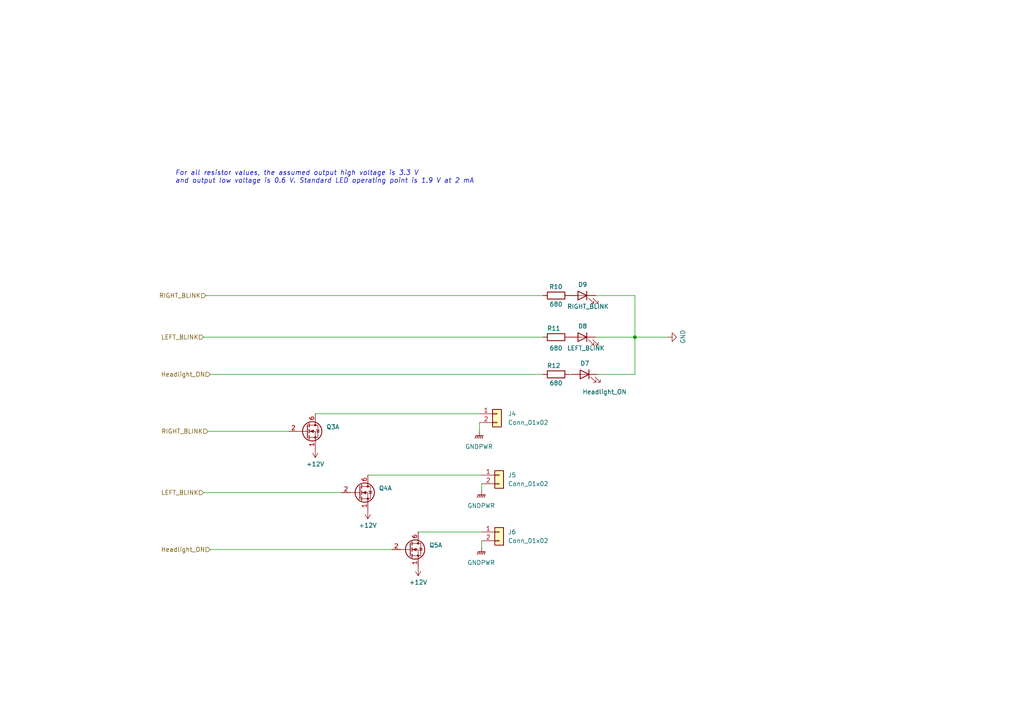
<source format=kicad_sch>
(kicad_sch (version 20211123) (generator eeschema)

  (uuid 539111b2-abb2-40fe-a38c-a22cf5340574)

  (paper "A4")

  (lib_symbols
    (symbol "Connector_Generic:Conn_01x02" (pin_names (offset 1.016) hide) (in_bom yes) (on_board yes)
      (property "Reference" "J" (id 0) (at 0 2.54 0)
        (effects (font (size 1.27 1.27)))
      )
      (property "Value" "Conn_01x02" (id 1) (at 0 -5.08 0)
        (effects (font (size 1.27 1.27)))
      )
      (property "Footprint" "" (id 2) (at 0 0 0)
        (effects (font (size 1.27 1.27)) hide)
      )
      (property "Datasheet" "~" (id 3) (at 0 0 0)
        (effects (font (size 1.27 1.27)) hide)
      )
      (property "ki_keywords" "connector" (id 4) (at 0 0 0)
        (effects (font (size 1.27 1.27)) hide)
      )
      (property "ki_description" "Generic connector, single row, 01x02, script generated (kicad-library-utils/schlib/autogen/connector/)" (id 5) (at 0 0 0)
        (effects (font (size 1.27 1.27)) hide)
      )
      (property "ki_fp_filters" "Connector*:*_1x??_*" (id 6) (at 0 0 0)
        (effects (font (size 1.27 1.27)) hide)
      )
      (symbol "Conn_01x02_1_1"
        (rectangle (start -1.27 -2.413) (end 0 -2.667)
          (stroke (width 0.1524) (type default) (color 0 0 0 0))
          (fill (type none))
        )
        (rectangle (start -1.27 0.127) (end 0 -0.127)
          (stroke (width 0.1524) (type default) (color 0 0 0 0))
          (fill (type none))
        )
        (rectangle (start -1.27 1.27) (end 1.27 -3.81)
          (stroke (width 0.254) (type default) (color 0 0 0 0))
          (fill (type background))
        )
        (pin passive line (at -5.08 0 0) (length 3.81)
          (name "Pin_1" (effects (font (size 1.27 1.27))))
          (number "1" (effects (font (size 1.27 1.27))))
        )
        (pin passive line (at -5.08 -2.54 0) (length 3.81)
          (name "Pin_2" (effects (font (size 1.27 1.27))))
          (number "2" (effects (font (size 1.27 1.27))))
        )
      )
    )
    (symbol "Device:LED" (pin_numbers hide) (pin_names (offset 1.016) hide) (in_bom yes) (on_board yes)
      (property "Reference" "D" (id 0) (at 0 2.54 0)
        (effects (font (size 1.27 1.27)))
      )
      (property "Value" "LED" (id 1) (at 0 -2.54 0)
        (effects (font (size 1.27 1.27)))
      )
      (property "Footprint" "" (id 2) (at 0 0 0)
        (effects (font (size 1.27 1.27)) hide)
      )
      (property "Datasheet" "~" (id 3) (at 0 0 0)
        (effects (font (size 1.27 1.27)) hide)
      )
      (property "ki_keywords" "LED diode" (id 4) (at 0 0 0)
        (effects (font (size 1.27 1.27)) hide)
      )
      (property "ki_description" "Light emitting diode" (id 5) (at 0 0 0)
        (effects (font (size 1.27 1.27)) hide)
      )
      (property "ki_fp_filters" "LED* LED_SMD:* LED_THT:*" (id 6) (at 0 0 0)
        (effects (font (size 1.27 1.27)) hide)
      )
      (symbol "LED_0_1"
        (polyline
          (pts
            (xy -1.27 -1.27)
            (xy -1.27 1.27)
          )
          (stroke (width 0.254) (type default) (color 0 0 0 0))
          (fill (type none))
        )
        (polyline
          (pts
            (xy -1.27 0)
            (xy 1.27 0)
          )
          (stroke (width 0) (type default) (color 0 0 0 0))
          (fill (type none))
        )
        (polyline
          (pts
            (xy 1.27 -1.27)
            (xy 1.27 1.27)
            (xy -1.27 0)
            (xy 1.27 -1.27)
          )
          (stroke (width 0.254) (type default) (color 0 0 0 0))
          (fill (type none))
        )
        (polyline
          (pts
            (xy -3.048 -0.762)
            (xy -4.572 -2.286)
            (xy -3.81 -2.286)
            (xy -4.572 -2.286)
            (xy -4.572 -1.524)
          )
          (stroke (width 0) (type default) (color 0 0 0 0))
          (fill (type none))
        )
        (polyline
          (pts
            (xy -1.778 -0.762)
            (xy -3.302 -2.286)
            (xy -2.54 -2.286)
            (xy -3.302 -2.286)
            (xy -3.302 -1.524)
          )
          (stroke (width 0) (type default) (color 0 0 0 0))
          (fill (type none))
        )
      )
      (symbol "LED_1_1"
        (pin passive line (at -3.81 0 0) (length 2.54)
          (name "K" (effects (font (size 1.27 1.27))))
          (number "1" (effects (font (size 1.27 1.27))))
        )
        (pin passive line (at 3.81 0 180) (length 2.54)
          (name "A" (effects (font (size 1.27 1.27))))
          (number "2" (effects (font (size 1.27 1.27))))
        )
      )
    )
    (symbol "Device:R" (pin_numbers hide) (pin_names (offset 0)) (in_bom yes) (on_board yes)
      (property "Reference" "R" (id 0) (at 2.032 0 90)
        (effects (font (size 1.27 1.27)))
      )
      (property "Value" "R" (id 1) (at 0 0 90)
        (effects (font (size 1.27 1.27)))
      )
      (property "Footprint" "" (id 2) (at -1.778 0 90)
        (effects (font (size 1.27 1.27)) hide)
      )
      (property "Datasheet" "~" (id 3) (at 0 0 0)
        (effects (font (size 1.27 1.27)) hide)
      )
      (property "ki_keywords" "R res resistor" (id 4) (at 0 0 0)
        (effects (font (size 1.27 1.27)) hide)
      )
      (property "ki_description" "Resistor" (id 5) (at 0 0 0)
        (effects (font (size 1.27 1.27)) hide)
      )
      (property "ki_fp_filters" "R_*" (id 6) (at 0 0 0)
        (effects (font (size 1.27 1.27)) hide)
      )
      (symbol "R_0_1"
        (rectangle (start -1.016 -2.54) (end 1.016 2.54)
          (stroke (width 0.254) (type default) (color 0 0 0 0))
          (fill (type none))
        )
      )
      (symbol "R_1_1"
        (pin passive line (at 0 3.81 270) (length 1.27)
          (name "~" (effects (font (size 1.27 1.27))))
          (number "1" (effects (font (size 1.27 1.27))))
        )
        (pin passive line (at 0 -3.81 90) (length 1.27)
          (name "~" (effects (font (size 1.27 1.27))))
          (number "2" (effects (font (size 1.27 1.27))))
        )
      )
    )
    (symbol "Transistor_FET:BSD235C" (pin_names hide) (in_bom yes) (on_board yes)
      (property "Reference" "Q" (id 0) (at 5.08 2.54 0)
        (effects (font (size 1.27 1.27)) (justify left))
      )
      (property "Value" "BSD235C" (id 1) (at 5.08 0 0)
        (effects (font (size 1.27 1.27)) (justify left))
      )
      (property "Footprint" "Package_TO_SOT_SMD:SOT-363_SC-70-6" (id 2) (at 2.54 0 0)
        (effects (font (size 1.27 1.27) italic) hide)
      )
      (property "Datasheet" "https://www.infineon.com/dgdl/Infineon-BSD235C-DS-v02_04-EN.pdf?fileId=db3a30433580b371013585a2d0d53326" (id 3) (at 5.08 2.54 0)
        (effects (font (size 1.27 1.27)) hide)
      )
      (property "ki_keywords" "OptiMOS MOSFET complementary nmos pmos enchanced avalanche AEC Q101 super logic infineon" (id 4) (at 0 0 0)
        (effects (font (size 1.27 1.27)) hide)
      )
      (property "ki_description" "-0.53/+0.95A Id, -20/+20V Vds, P/N-Channel MOSFET, SOT-363, Infineon" (id 5) (at 0 0 0)
        (effects (font (size 1.27 1.27)) hide)
      )
      (property "ki_fp_filters" "SOT?363*" (id 6) (at 0 0 0)
        (effects (font (size 1.27 1.27)) hide)
      )
      (symbol "BSD235C_1_1"
        (polyline
          (pts
            (xy 0.254 -1.905)
            (xy 0.254 1.905)
          )
          (stroke (width 0.254) (type default) (color 0 0 0 0))
          (fill (type none))
        )
        (polyline
          (pts
            (xy 0.254 0)
            (xy -2.54 0)
          )
          (stroke (width 0) (type default) (color 0 0 0 0))
          (fill (type none))
        )
        (polyline
          (pts
            (xy 0.762 -2.286)
            (xy 0.762 -1.27)
          )
          (stroke (width 0.254) (type default) (color 0 0 0 0))
          (fill (type none))
        )
        (polyline
          (pts
            (xy 0.762 -0.508)
            (xy 0.762 0.508)
          )
          (stroke (width 0.254) (type default) (color 0 0 0 0))
          (fill (type none))
        )
        (polyline
          (pts
            (xy 0.762 1.27)
            (xy 0.762 2.286)
          )
          (stroke (width 0.254) (type default) (color 0 0 0 0))
          (fill (type none))
        )
        (polyline
          (pts
            (xy 2.54 1.905)
            (xy 2.54 2.54)
          )
          (stroke (width 0) (type default) (color 0 0 0 0))
          (fill (type none))
        )
        (polyline
          (pts
            (xy 2.54 -2.54)
            (xy 2.54 0)
            (xy 0.762 0)
          )
          (stroke (width 0) (type default) (color 0 0 0 0))
          (fill (type none))
        )
        (polyline
          (pts
            (xy 0.762 1.778)
            (xy 3.302 1.778)
            (xy 3.302 -1.778)
            (xy 0.762 -1.778)
          )
          (stroke (width 0) (type default) (color 0 0 0 0))
          (fill (type none))
        )
        (polyline
          (pts
            (xy 1.016 0)
            (xy 2.032 -0.381)
            (xy 2.032 0.381)
            (xy 1.016 0)
          )
          (stroke (width 0) (type default) (color 0 0 0 0))
          (fill (type outline))
        )
        (polyline
          (pts
            (xy 2.794 0.508)
            (xy 2.921 0.381)
            (xy 3.683 0.381)
            (xy 3.81 0.254)
          )
          (stroke (width 0) (type default) (color 0 0 0 0))
          (fill (type none))
        )
        (polyline
          (pts
            (xy 3.302 0.381)
            (xy 2.921 -0.254)
            (xy 3.683 -0.254)
            (xy 3.302 0.381)
          )
          (stroke (width 0) (type default) (color 0 0 0 0))
          (fill (type none))
        )
        (circle (center 1.651 0) (radius 2.794)
          (stroke (width 0.254) (type default) (color 0 0 0 0))
          (fill (type none))
        )
        (circle (center 2.54 -1.778) (radius 0.254)
          (stroke (width 0) (type default) (color 0 0 0 0))
          (fill (type outline))
        )
        (circle (center 2.54 1.778) (radius 0.254)
          (stroke (width 0) (type default) (color 0 0 0 0))
          (fill (type outline))
        )
        (pin passive line (at 2.54 -5.08 90) (length 2.54)
          (name "SN" (effects (font (size 1.27 1.27))))
          (number "1" (effects (font (size 1.27 1.27))))
        )
        (pin input line (at -5.08 0 0) (length 2.54)
          (name "GN" (effects (font (size 1.27 1.27))))
          (number "2" (effects (font (size 1.27 1.27))))
        )
        (pin passive line (at 2.54 5.08 270) (length 2.54)
          (name "DN" (effects (font (size 1.27 1.27))))
          (number "6" (effects (font (size 1.27 1.27))))
        )
      )
      (symbol "BSD235C_2_1"
        (polyline
          (pts
            (xy 0.254 0)
            (xy -2.54 0)
          )
          (stroke (width 0) (type default) (color 0 0 0 0))
          (fill (type none))
        )
        (polyline
          (pts
            (xy 0.254 1.905)
            (xy 0.254 -1.905)
          )
          (stroke (width 0.254) (type default) (color 0 0 0 0))
          (fill (type none))
        )
        (polyline
          (pts
            (xy 0.762 -1.27)
            (xy 0.762 -2.286)
          )
          (stroke (width 0.254) (type default) (color 0 0 0 0))
          (fill (type none))
        )
        (polyline
          (pts
            (xy 0.762 0.508)
            (xy 0.762 -0.508)
          )
          (stroke (width 0.254) (type default) (color 0 0 0 0))
          (fill (type none))
        )
        (polyline
          (pts
            (xy 0.762 2.286)
            (xy 0.762 1.27)
          )
          (stroke (width 0.254) (type default) (color 0 0 0 0))
          (fill (type none))
        )
        (polyline
          (pts
            (xy 2.54 -1.905)
            (xy 2.54 -2.54)
          )
          (stroke (width 0) (type default) (color 0 0 0 0))
          (fill (type none))
        )
        (polyline
          (pts
            (xy 2.54 2.54)
            (xy 2.54 0)
            (xy 0.762 0)
          )
          (stroke (width 0) (type default) (color 0 0 0 0))
          (fill (type none))
        )
        (polyline
          (pts
            (xy 0.762 -1.778)
            (xy 3.302 -1.778)
            (xy 3.302 1.778)
            (xy 0.762 1.778)
          )
          (stroke (width 0) (type default) (color 0 0 0 0))
          (fill (type none))
        )
        (polyline
          (pts
            (xy 2.286 0)
            (xy 1.27 -0.381)
            (xy 1.27 0.381)
            (xy 2.286 0)
          )
          (stroke (width 0) (type default) (color 0 0 0 0))
          (fill (type outline))
        )
        (polyline
          (pts
            (xy 2.794 0.508)
            (xy 2.921 0.381)
            (xy 3.683 0.381)
            (xy 3.81 0.254)
          )
          (stroke (width 0) (type default) (color 0 0 0 0))
          (fill (type none))
        )
        (polyline
          (pts
            (xy 3.302 0.381)
            (xy 2.921 -0.254)
            (xy 3.683 -0.254)
            (xy 3.302 0.381)
          )
          (stroke (width 0) (type default) (color 0 0 0 0))
          (fill (type none))
        )
        (circle (center 1.651 0) (radius 2.794)
          (stroke (width 0.254) (type default) (color 0 0 0 0))
          (fill (type none))
        )
        (circle (center 2.54 -1.778) (radius 0.254)
          (stroke (width 0) (type default) (color 0 0 0 0))
          (fill (type outline))
        )
        (circle (center 2.54 1.778) (radius 0.254)
          (stroke (width 0) (type default) (color 0 0 0 0))
          (fill (type outline))
        )
        (pin passive line (at 2.54 -5.08 90) (length 2.54)
          (name "DP" (effects (font (size 1.27 1.27))))
          (number "3" (effects (font (size 1.27 1.27))))
        )
        (pin passive line (at 2.54 5.08 270) (length 2.54)
          (name "SP" (effects (font (size 1.27 1.27))))
          (number "4" (effects (font (size 1.27 1.27))))
        )
        (pin input line (at -5.08 0 0) (length 2.54)
          (name "GP" (effects (font (size 1.27 1.27))))
          (number "5" (effects (font (size 1.27 1.27))))
        )
      )
    )
    (symbol "power:+12V" (power) (pin_names (offset 0)) (in_bom yes) (on_board yes)
      (property "Reference" "#PWR" (id 0) (at 0 -3.81 0)
        (effects (font (size 1.27 1.27)) hide)
      )
      (property "Value" "+12V" (id 1) (at 0 3.556 0)
        (effects (font (size 1.27 1.27)))
      )
      (property "Footprint" "" (id 2) (at 0 0 0)
        (effects (font (size 1.27 1.27)) hide)
      )
      (property "Datasheet" "" (id 3) (at 0 0 0)
        (effects (font (size 1.27 1.27)) hide)
      )
      (property "ki_keywords" "power-flag" (id 4) (at 0 0 0)
        (effects (font (size 1.27 1.27)) hide)
      )
      (property "ki_description" "Power symbol creates a global label with name \"+12V\"" (id 5) (at 0 0 0)
        (effects (font (size 1.27 1.27)) hide)
      )
      (symbol "+12V_0_1"
        (polyline
          (pts
            (xy -0.762 1.27)
            (xy 0 2.54)
          )
          (stroke (width 0) (type default) (color 0 0 0 0))
          (fill (type none))
        )
        (polyline
          (pts
            (xy 0 0)
            (xy 0 2.54)
          )
          (stroke (width 0) (type default) (color 0 0 0 0))
          (fill (type none))
        )
        (polyline
          (pts
            (xy 0 2.54)
            (xy 0.762 1.27)
          )
          (stroke (width 0) (type default) (color 0 0 0 0))
          (fill (type none))
        )
      )
      (symbol "+12V_1_1"
        (pin power_in line (at 0 0 90) (length 0) hide
          (name "+12V" (effects (font (size 1.27 1.27))))
          (number "1" (effects (font (size 1.27 1.27))))
        )
      )
    )
    (symbol "power:GND" (power) (pin_names (offset 0)) (in_bom yes) (on_board yes)
      (property "Reference" "#PWR" (id 0) (at 0 -6.35 0)
        (effects (font (size 1.27 1.27)) hide)
      )
      (property "Value" "GND" (id 1) (at 0 -3.81 0)
        (effects (font (size 1.27 1.27)))
      )
      (property "Footprint" "" (id 2) (at 0 0 0)
        (effects (font (size 1.27 1.27)) hide)
      )
      (property "Datasheet" "" (id 3) (at 0 0 0)
        (effects (font (size 1.27 1.27)) hide)
      )
      (property "ki_keywords" "power-flag" (id 4) (at 0 0 0)
        (effects (font (size 1.27 1.27)) hide)
      )
      (property "ki_description" "Power symbol creates a global label with name \"GND\" , ground" (id 5) (at 0 0 0)
        (effects (font (size 1.27 1.27)) hide)
      )
      (symbol "GND_0_1"
        (polyline
          (pts
            (xy 0 0)
            (xy 0 -1.27)
            (xy 1.27 -1.27)
            (xy 0 -2.54)
            (xy -1.27 -1.27)
            (xy 0 -1.27)
          )
          (stroke (width 0) (type default) (color 0 0 0 0))
          (fill (type none))
        )
      )
      (symbol "GND_1_1"
        (pin power_in line (at 0 0 270) (length 0) hide
          (name "GND" (effects (font (size 1.27 1.27))))
          (number "1" (effects (font (size 1.27 1.27))))
        )
      )
    )
    (symbol "power:GNDPWR" (power) (pin_names (offset 0)) (in_bom yes) (on_board yes)
      (property "Reference" "#PWR" (id 0) (at 0 -5.08 0)
        (effects (font (size 1.27 1.27)) hide)
      )
      (property "Value" "GNDPWR" (id 1) (at 0 -3.302 0)
        (effects (font (size 1.27 1.27)))
      )
      (property "Footprint" "" (id 2) (at 0 -1.27 0)
        (effects (font (size 1.27 1.27)) hide)
      )
      (property "Datasheet" "" (id 3) (at 0 -1.27 0)
        (effects (font (size 1.27 1.27)) hide)
      )
      (property "ki_keywords" "power-flag" (id 4) (at 0 0 0)
        (effects (font (size 1.27 1.27)) hide)
      )
      (property "ki_description" "Power symbol creates a global label with name \"GNDPWR\" , power ground" (id 5) (at 0 0 0)
        (effects (font (size 1.27 1.27)) hide)
      )
      (symbol "GNDPWR_0_1"
        (polyline
          (pts
            (xy 0 -1.27)
            (xy 0 0)
          )
          (stroke (width 0) (type default) (color 0 0 0 0))
          (fill (type none))
        )
        (polyline
          (pts
            (xy -1.016 -1.27)
            (xy -1.27 -2.032)
            (xy -1.27 -2.032)
          )
          (stroke (width 0.2032) (type default) (color 0 0 0 0))
          (fill (type none))
        )
        (polyline
          (pts
            (xy -0.508 -1.27)
            (xy -0.762 -2.032)
            (xy -0.762 -2.032)
          )
          (stroke (width 0.2032) (type default) (color 0 0 0 0))
          (fill (type none))
        )
        (polyline
          (pts
            (xy 0 -1.27)
            (xy -0.254 -2.032)
            (xy -0.254 -2.032)
          )
          (stroke (width 0.2032) (type default) (color 0 0 0 0))
          (fill (type none))
        )
        (polyline
          (pts
            (xy 0.508 -1.27)
            (xy 0.254 -2.032)
            (xy 0.254 -2.032)
          )
          (stroke (width 0.2032) (type default) (color 0 0 0 0))
          (fill (type none))
        )
        (polyline
          (pts
            (xy 1.016 -1.27)
            (xy -1.016 -1.27)
            (xy -1.016 -1.27)
          )
          (stroke (width 0.2032) (type default) (color 0 0 0 0))
          (fill (type none))
        )
        (polyline
          (pts
            (xy 1.016 -1.27)
            (xy 0.762 -2.032)
            (xy 0.762 -2.032)
            (xy 0.762 -2.032)
          )
          (stroke (width 0.2032) (type default) (color 0 0 0 0))
          (fill (type none))
        )
      )
      (symbol "GNDPWR_1_1"
        (pin power_in line (at 0 0 270) (length 0) hide
          (name "GNDPWR" (effects (font (size 1.27 1.27))))
          (number "1" (effects (font (size 1.27 1.27))))
        )
      )
    )
  )

  (junction (at 184.15 97.79) (diameter 0) (color 0 0 0 0)
    (uuid 565dd44b-c696-493d-8f46-1cc43ea9c98e)
  )

  (wire (pts (xy 60.96 108.585) (xy 157.48 108.585))
    (stroke (width 0) (type default) (color 0 0 0 0))
    (uuid 01196ad8-d706-46ca-82df-471a20e3e56b)
  )
  (wire (pts (xy 173.355 108.585) (xy 184.15 108.585))
    (stroke (width 0) (type default) (color 0 0 0 0))
    (uuid 2545852b-06cf-4b5e-84ee-f8abbaeb97c0)
  )
  (wire (pts (xy 59.69 85.725) (xy 157.48 85.725))
    (stroke (width 0) (type default) (color 0 0 0 0))
    (uuid 37fb5747-5c81-4d39-9593-4feee23bfaae)
  )
  (wire (pts (xy 59.055 142.875) (xy 99.06 142.875))
    (stroke (width 0) (type default) (color 0 0 0 0))
    (uuid 39919726-6aef-43f7-80f0-3ea89df954e3)
  )
  (wire (pts (xy 60.96 159.385) (xy 113.665 159.385))
    (stroke (width 0) (type default) (color 0 0 0 0))
    (uuid 44c6d255-4554-425d-9cc8-71ba1422617f)
  )
  (wire (pts (xy 184.15 85.725) (xy 184.15 97.79))
    (stroke (width 0) (type default) (color 0 0 0 0))
    (uuid 44f17aa3-9bc9-45d4-ab71-c20c4fbbc23f)
  )
  (wire (pts (xy 139.7 142.24) (xy 139.7 140.335))
    (stroke (width 0) (type default) (color 0 0 0 0))
    (uuid 487e4a00-740c-4635-a57b-e622248c27fe)
  )
  (wire (pts (xy 139.065 125.095) (xy 139.065 122.555))
    (stroke (width 0) (type default) (color 0 0 0 0))
    (uuid 531e2fea-2f1c-45cd-94fe-a604b069ff0c)
  )
  (wire (pts (xy 165.735 108.585) (xy 165.1 108.585))
    (stroke (width 0) (type default) (color 0 0 0 0))
    (uuid 5364b5fc-0d9b-4329-9f02-dd73cf8071e7)
  )
  (wire (pts (xy 59.055 97.79) (xy 157.48 97.79))
    (stroke (width 0) (type default) (color 0 0 0 0))
    (uuid 55805b68-b12a-4ef2-8582-407c68fee578)
  )
  (wire (pts (xy 106.68 137.795) (xy 139.7 137.795))
    (stroke (width 0) (type default) (color 0 0 0 0))
    (uuid 6247cc6a-96af-40b5-9424-3361512d4658)
  )
  (wire (pts (xy 172.72 85.725) (xy 184.15 85.725))
    (stroke (width 0) (type default) (color 0 0 0 0))
    (uuid 665c0ed0-32fa-4dee-b706-ceecf2c802f2)
  )
  (wire (pts (xy 184.15 97.79) (xy 193.675 97.79))
    (stroke (width 0) (type default) (color 0 0 0 0))
    (uuid 696b203f-b08b-4d7b-854a-f5d77bb802ae)
  )
  (wire (pts (xy 60.325 125.095) (xy 83.82 125.095))
    (stroke (width 0) (type default) (color 0 0 0 0))
    (uuid 97b939a6-aa23-4cee-9f63-ae508e0d6f06)
  )
  (wire (pts (xy 91.44 120.015) (xy 139.065 120.015))
    (stroke (width 0) (type default) (color 0 0 0 0))
    (uuid 9b5292b6-c016-4ae0-bc4d-93e663c1aae2)
  )
  (wire (pts (xy 184.15 97.79) (xy 184.15 108.585))
    (stroke (width 0) (type default) (color 0 0 0 0))
    (uuid c235584b-2947-41ca-8232-5da82e983b94)
  )
  (wire (pts (xy 121.285 154.305) (xy 139.7 154.305))
    (stroke (width 0) (type default) (color 0 0 0 0))
    (uuid d1f40787-de76-4107-84b3-1be2839f4ed3)
  )
  (wire (pts (xy 139.7 158.75) (xy 139.7 156.845))
    (stroke (width 0) (type default) (color 0 0 0 0))
    (uuid d68afda3-2b97-409a-8cf4-bd4d6e971fc3)
  )
  (wire (pts (xy 172.72 97.79) (xy 184.15 97.79))
    (stroke (width 0) (type default) (color 0 0 0 0))
    (uuid d850592f-f0bd-4654-988e-e704197a6c89)
  )

  (text "For all resistor values, the assumed output high voltage is 3.3 V \nand output low voltage is 0.6 V. Standard LED operating point is 1.9 V at 2 mA\n"
    (at 50.8 53.34 0)
    (effects (font (size 1.397 1.397) italic) (justify left bottom))
    (uuid fc9b3a92-91d8-4dc6-896d-26023ff41752)
  )

  (hierarchical_label "RIGHT_BLINK" (shape input) (at 59.69 85.725 180)
    (effects (font (size 1.27 1.27)) (justify right))
    (uuid 6bba85fd-586d-488d-9a9f-bd350fc84ea2)
  )
  (hierarchical_label "RIGHT_BLINK" (shape input) (at 60.325 125.095 180)
    (effects (font (size 1.27 1.27)) (justify right))
    (uuid 976762e0-b993-4dca-946a-02eae70bbd4d)
  )
  (hierarchical_label "Headlight_ON" (shape input) (at 60.96 108.585 180)
    (effects (font (size 1.27 1.27)) (justify right))
    (uuid a5998212-f15d-4108-a93e-cd8b7be1879a)
  )
  (hierarchical_label "LEFT_BLINK" (shape input) (at 59.055 142.875 180)
    (effects (font (size 1.27 1.27)) (justify right))
    (uuid c9bcc7f0-539d-4632-acf3-2d7e9878193c)
  )
  (hierarchical_label "LEFT_BLINK" (shape input) (at 59.055 97.79 180)
    (effects (font (size 1.27 1.27)) (justify right))
    (uuid dd71e9a5-2eba-4dc4-9569-857e2c0c992a)
  )
  (hierarchical_label "Headlight_ON" (shape input) (at 60.96 159.385 180)
    (effects (font (size 1.27 1.27)) (justify right))
    (uuid e7547c2a-1001-45b5-a832-ce20dff6fb99)
  )

  (symbol (lib_id "Device:LED") (at 168.91 97.79 0) (mirror y) (unit 1)
    (in_bom yes) (on_board yes)
    (uuid 00000000-0000-0000-0000-00005f7bcb67)
    (property "Reference" "D8" (id 0) (at 167.64 94.615 0)
      (effects (font (size 1.27 1.27)) (justify right))
    )
    (property "Value" "LEFT_BLINK" (id 1) (at 164.465 100.965 0)
      (effects (font (size 1.27 1.27)) (justify right))
    )
    (property "Footprint" "Diode_SMD:D_0805_2012Metric" (id 2) (at 168.91 97.79 0)
      (effects (font (size 1.27 1.27)) hide)
    )
    (property "Datasheet" "~" (id 3) (at 168.91 97.79 0)
      (effects (font (size 1.27 1.27)) hide)
    )
    (pin "1" (uuid 0f002426-23d5-470c-820f-9b55f9f15cc9))
    (pin "2" (uuid 2afea3a9-cc0f-4fcd-8dd0-cab1c4c9ae4b))
  )

  (symbol (lib_id "Device:LED") (at 169.545 108.585 0) (mirror y) (unit 1)
    (in_bom yes) (on_board yes)
    (uuid 00000000-0000-0000-0000-00005f7bcb6d)
    (property "Reference" "D7" (id 0) (at 168.275 105.41 0)
      (effects (font (size 1.27 1.27)) (justify right))
    )
    (property "Value" "Headlight_ON" (id 1) (at 168.91 113.665 0)
      (effects (font (size 1.27 1.27)) (justify right))
    )
    (property "Footprint" "Diode_SMD:D_0805_2012Metric" (id 2) (at 169.545 108.585 0)
      (effects (font (size 1.27 1.27)) hide)
    )
    (property "Datasheet" "~" (id 3) (at 169.545 108.585 0)
      (effects (font (size 1.27 1.27)) hide)
    )
    (pin "1" (uuid 514973fa-bec3-416e-a8e8-9cb47c1df94c))
    (pin "2" (uuid 32f98507-1eec-425c-bf31-2c3640395b29))
  )

  (symbol (lib_id "Device:R") (at 161.29 97.79 90) (mirror x) (unit 1)
    (in_bom yes) (on_board yes)
    (uuid 00000000-0000-0000-0000-00005f7bcb85)
    (property "Reference" "R11" (id 0) (at 162.56 95.25 90)
      (effects (font (size 1.27 1.27)) (justify left))
    )
    (property "Value" "680" (id 1) (at 163.195 100.965 90)
      (effects (font (size 1.27 1.27)) (justify left))
    )
    (property "Footprint" "Resistor_SMD:R_0805_2012Metric" (id 2) (at 161.29 96.012 90)
      (effects (font (size 1.27 1.27)) hide)
    )
    (property "Datasheet" "~" (id 3) (at 161.29 97.79 0)
      (effects (font (size 1.27 1.27)) hide)
    )
    (pin "1" (uuid 805a11b6-7d42-401f-a7e8-3f02d9603bb8))
    (pin "2" (uuid 11bbd973-53c0-4a57-8e98-0492ea2ab4db))
  )

  (symbol (lib_id "Device:R") (at 161.29 108.585 90) (mirror x) (unit 1)
    (in_bom yes) (on_board yes)
    (uuid 00000000-0000-0000-0000-00005f7bcb91)
    (property "Reference" "R12" (id 0) (at 162.56 106.045 90)
      (effects (font (size 1.27 1.27)) (justify left))
    )
    (property "Value" "680" (id 1) (at 163.195 111.125 90)
      (effects (font (size 1.27 1.27)) (justify left))
    )
    (property "Footprint" "Resistor_SMD:R_0805_2012Metric" (id 2) (at 161.29 106.807 90)
      (effects (font (size 1.27 1.27)) hide)
    )
    (property "Datasheet" "~" (id 3) (at 161.29 108.585 0)
      (effects (font (size 1.27 1.27)) hide)
    )
    (pin "1" (uuid 40e50401-26ee-4d82-aa11-6b3be454b16a))
    (pin "2" (uuid 1ad51d5e-acd0-4812-ac26-1cc07ea208e7))
  )

  (symbol (lib_id "Device:R") (at 161.29 85.725 90) (mirror x) (unit 1)
    (in_bom yes) (on_board yes)
    (uuid 00000000-0000-0000-0000-00005f7bcbd8)
    (property "Reference" "R10" (id 0) (at 163.195 83.185 90)
      (effects (font (size 1.27 1.27)) (justify left))
    )
    (property "Value" "680" (id 1) (at 163.195 88.265 90)
      (effects (font (size 1.27 1.27)) (justify left))
    )
    (property "Footprint" "Resistor_SMD:R_0805_2012Metric" (id 2) (at 161.29 83.947 90)
      (effects (font (size 1.27 1.27)) hide)
    )
    (property "Datasheet" "~" (id 3) (at 161.29 85.725 0)
      (effects (font (size 1.27 1.27)) hide)
    )
    (pin "1" (uuid 79434fb2-4360-41b3-b175-18aa6c766b6a))
    (pin "2" (uuid e52d3dc2-0e1a-4970-af59-a199a0456b72))
  )

  (symbol (lib_id "power:GNDPWR") (at 139.7 158.75 0) (unit 1)
    (in_bom yes) (on_board yes) (fields_autoplaced)
    (uuid 12b530dd-885d-4443-9f05-7a08690abca3)
    (property "Reference" "#PWR0129" (id 0) (at 139.7 163.83 0)
      (effects (font (size 1.27 1.27)) hide)
    )
    (property "Value" "GNDPWR" (id 1) (at 139.573 163.195 0))
    (property "Footprint" "" (id 2) (at 139.7 160.02 0)
      (effects (font (size 1.27 1.27)) hide)
    )
    (property "Datasheet" "" (id 3) (at 139.7 160.02 0)
      (effects (font (size 1.27 1.27)) hide)
    )
    (pin "1" (uuid 56ce61bc-73be-4c1b-abef-f4b7db90fbce))
  )

  (symbol (lib_id "Connector_Generic:Conn_01x02") (at 144.78 137.795 0) (unit 1)
    (in_bom yes) (on_board yes) (fields_autoplaced)
    (uuid 2be19b36-03ea-4f77-9660-fa5b0e300f6b)
    (property "Reference" "J5" (id 0) (at 147.32 137.7949 0)
      (effects (font (size 1.27 1.27)) (justify left))
    )
    (property "Value" "Conn_01x02" (id 1) (at 147.32 140.3349 0)
      (effects (font (size 1.27 1.27)) (justify left))
    )
    (property "Footprint" "Connector_Molex:Molex_Micro-Fit_3.0_43650-0200_1x02_P3.00mm_Horizontal" (id 2) (at 144.78 137.795 0)
      (effects (font (size 1.27 1.27)) hide)
    )
    (property "Datasheet" "~" (id 3) (at 144.78 137.795 0)
      (effects (font (size 1.27 1.27)) hide)
    )
    (pin "1" (uuid f8dc3a3a-ab8c-4733-ab57-67b531fd9c3f))
    (pin "2" (uuid 5be1ec72-7f8a-45ce-8a32-974968a63832))
  )

  (symbol (lib_id "power:GNDPWR") (at 139.065 125.095 0) (unit 1)
    (in_bom yes) (on_board yes) (fields_autoplaced)
    (uuid 360f76cc-c29c-40ba-bd12-0f86baeba6fa)
    (property "Reference" "#PWR0126" (id 0) (at 139.065 130.175 0)
      (effects (font (size 1.27 1.27)) hide)
    )
    (property "Value" "GNDPWR" (id 1) (at 138.938 129.54 0))
    (property "Footprint" "" (id 2) (at 139.065 126.365 0)
      (effects (font (size 1.27 1.27)) hide)
    )
    (property "Datasheet" "" (id 3) (at 139.065 126.365 0)
      (effects (font (size 1.27 1.27)) hide)
    )
    (pin "1" (uuid 28ab197f-3c64-434b-9eca-c891948c01de))
  )

  (symbol (lib_id "Transistor_FET:BSD235C") (at 88.9 125.095 0) (unit 1)
    (in_bom yes) (on_board yes) (fields_autoplaced)
    (uuid 838f615e-90b2-4c1c-895d-c7bafe922382)
    (property "Reference" "Q3" (id 0) (at 94.615 123.8249 0)
      (effects (font (size 1.27 1.27)) (justify left))
    )
    (property "Value" "BSD235C" (id 1) (at 94.615 126.3649 0)
      (effects (font (size 1.27 1.27)) (justify left) hide)
    )
    (property "Footprint" "Package_TO_SOT_SMD:SOT-363_SC-70-6" (id 2) (at 91.44 125.095 0)
      (effects (font (size 1.27 1.27) italic) hide)
    )
    (property "Datasheet" "https://www.infineon.com/dgdl/Infineon-BSD235C-DS-v02_04-EN.pdf?fileId=db3a30433580b371013585a2d0d53326" (id 3) (at 93.98 122.555 0)
      (effects (font (size 1.27 1.27)) hide)
    )
    (pin "1" (uuid f18d7b7b-e771-4659-b7d2-4766cb7b211d))
    (pin "2" (uuid b88be697-5281-4550-99d0-6deec7b70685))
    (pin "6" (uuid 166aaa4a-c3e8-4d5d-a522-8b3efb89c33e))
  )

  (symbol (lib_id "Device:LED") (at 168.91 85.725 0) (mirror y) (unit 1)
    (in_bom yes) (on_board yes)
    (uuid 9cb5c88e-166b-4d10-8f98-d58892528da1)
    (property "Reference" "D9" (id 0) (at 167.64 82.55 0)
      (effects (font (size 1.27 1.27)) (justify right))
    )
    (property "Value" "RIGHT_BLINK" (id 1) (at 164.465 88.9 0)
      (effects (font (size 1.27 1.27)) (justify right))
    )
    (property "Footprint" "Diode_SMD:D_0805_2012Metric" (id 2) (at 168.91 85.725 0)
      (effects (font (size 1.27 1.27)) hide)
    )
    (property "Datasheet" "~" (id 3) (at 168.91 85.725 0)
      (effects (font (size 1.27 1.27)) hide)
    )
    (pin "1" (uuid 2bce046d-1727-4abe-80a5-114d735e8a40))
    (pin "2" (uuid 92772f99-755f-41e5-a4b8-3f18ac579c7f))
  )

  (symbol (lib_id "Connector_Generic:Conn_01x02") (at 144.145 120.015 0) (unit 1)
    (in_bom yes) (on_board yes) (fields_autoplaced)
    (uuid a6b9e6b8-2965-430d-851a-419b1f2c68b1)
    (property "Reference" "J4" (id 0) (at 147.32 120.0149 0)
      (effects (font (size 1.27 1.27)) (justify left))
    )
    (property "Value" "Conn_01x02" (id 1) (at 147.32 122.5549 0)
      (effects (font (size 1.27 1.27)) (justify left))
    )
    (property "Footprint" "Connector_Molex:Molex_Micro-Fit_3.0_43650-0200_1x02_P3.00mm_Horizontal" (id 2) (at 144.145 120.015 0)
      (effects (font (size 1.27 1.27)) hide)
    )
    (property "Datasheet" "~" (id 3) (at 144.145 120.015 0)
      (effects (font (size 1.27 1.27)) hide)
    )
    (pin "1" (uuid f8a54de1-ffb0-41a5-b915-6d6416f7e009))
    (pin "2" (uuid d46227dc-f949-4ea6-8f7c-71b4fa52aa5f))
  )

  (symbol (lib_id "power:+12V") (at 121.285 164.465 180) (unit 1)
    (in_bom yes) (on_board yes) (fields_autoplaced)
    (uuid b6ad3baa-1c1e-422a-8dc5-36cf52f88181)
    (property "Reference" "#PWR0127" (id 0) (at 121.285 160.655 0)
      (effects (font (size 1.27 1.27)) hide)
    )
    (property "Value" "+12V" (id 1) (at 121.285 168.91 0))
    (property "Footprint" "" (id 2) (at 121.285 164.465 0)
      (effects (font (size 1.27 1.27)) hide)
    )
    (property "Datasheet" "" (id 3) (at 121.285 164.465 0)
      (effects (font (size 1.27 1.27)) hide)
    )
    (pin "1" (uuid 733653ff-3454-4940-adab-73bbc1b2aa1a))
  )

  (symbol (lib_id "power:GNDPWR") (at 139.7 142.24 0) (unit 1)
    (in_bom yes) (on_board yes) (fields_autoplaced)
    (uuid ba6672fa-4aa4-4a5e-a9ce-71aff0548ba7)
    (property "Reference" "#PWR0131" (id 0) (at 139.7 147.32 0)
      (effects (font (size 1.27 1.27)) hide)
    )
    (property "Value" "GNDPWR" (id 1) (at 139.573 146.685 0))
    (property "Footprint" "" (id 2) (at 139.7 143.51 0)
      (effects (font (size 1.27 1.27)) hide)
    )
    (property "Datasheet" "" (id 3) (at 139.7 143.51 0)
      (effects (font (size 1.27 1.27)) hide)
    )
    (pin "1" (uuid 470676ef-e01f-432e-8d48-d59d1f72a716))
  )

  (symbol (lib_id "Connector_Generic:Conn_01x02") (at 144.78 154.305 0) (unit 1)
    (in_bom yes) (on_board yes) (fields_autoplaced)
    (uuid baff2b91-cee1-4239-a49e-43d0c439bad4)
    (property "Reference" "J6" (id 0) (at 147.32 154.3049 0)
      (effects (font (size 1.27 1.27)) (justify left))
    )
    (property "Value" "Conn_01x02" (id 1) (at 147.32 156.8449 0)
      (effects (font (size 1.27 1.27)) (justify left))
    )
    (property "Footprint" "Connector_Molex:Molex_Micro-Fit_3.0_43650-0200_1x02_P3.00mm_Horizontal" (id 2) (at 144.78 154.305 0)
      (effects (font (size 1.27 1.27)) hide)
    )
    (property "Datasheet" "~" (id 3) (at 144.78 154.305 0)
      (effects (font (size 1.27 1.27)) hide)
    )
    (pin "1" (uuid 50a194f2-8b16-41b4-85fa-5b41498b7513))
    (pin "2" (uuid 2b3c2e75-7cf2-42bf-853f-2c27054173e7))
  )

  (symbol (lib_id "power:GND") (at 193.675 97.79 90) (unit 1)
    (in_bom yes) (on_board yes)
    (uuid c46e909b-158d-4c97-800e-beef45d18727)
    (property "Reference" "#PWR0122" (id 0) (at 200.025 97.79 0)
      (effects (font (size 1.27 1.27)) hide)
    )
    (property "Value" "GND" (id 1) (at 198.0692 97.663 0))
    (property "Footprint" "" (id 2) (at 193.675 97.79 0)
      (effects (font (size 1.27 1.27)) hide)
    )
    (property "Datasheet" "" (id 3) (at 193.675 97.79 0)
      (effects (font (size 1.27 1.27)) hide)
    )
    (pin "1" (uuid ed5eb91e-b726-4781-b9f4-04471f65499d))
  )

  (symbol (lib_id "power:+12V") (at 106.68 147.955 180) (unit 1)
    (in_bom yes) (on_board yes) (fields_autoplaced)
    (uuid c8eaa37a-18da-4f5c-9f53-fda0f98253c8)
    (property "Reference" "#PWR0128" (id 0) (at 106.68 144.145 0)
      (effects (font (size 1.27 1.27)) hide)
    )
    (property "Value" "+12V" (id 1) (at 106.68 152.4 0))
    (property "Footprint" "" (id 2) (at 106.68 147.955 0)
      (effects (font (size 1.27 1.27)) hide)
    )
    (property "Datasheet" "" (id 3) (at 106.68 147.955 0)
      (effects (font (size 1.27 1.27)) hide)
    )
    (pin "1" (uuid ea335ad0-09e7-4818-8c0d-c72afb8dff2f))
  )

  (symbol (lib_id "Transistor_FET:BSD235C") (at 104.14 142.875 0) (unit 1)
    (in_bom yes) (on_board yes) (fields_autoplaced)
    (uuid ce45352f-f18d-4732-8c6e-fabedfbfebfc)
    (property "Reference" "Q4" (id 0) (at 109.855 141.6049 0)
      (effects (font (size 1.27 1.27)) (justify left))
    )
    (property "Value" "BSD235C" (id 1) (at 109.855 144.1449 0)
      (effects (font (size 1.27 1.27)) (justify left) hide)
    )
    (property "Footprint" "Package_TO_SOT_SMD:SOT-363_SC-70-6" (id 2) (at 106.68 142.875 0)
      (effects (font (size 1.27 1.27) italic) hide)
    )
    (property "Datasheet" "https://www.infineon.com/dgdl/Infineon-BSD235C-DS-v02_04-EN.pdf?fileId=db3a30433580b371013585a2d0d53326" (id 3) (at 109.22 140.335 0)
      (effects (font (size 1.27 1.27)) hide)
    )
    (pin "1" (uuid e26d5bf2-d6f3-49e2-9c12-20d34e8927ad))
    (pin "2" (uuid f4e4056a-d874-4272-ac8d-f92042087499))
    (pin "6" (uuid 6475822e-1e34-4d96-bf8d-a470adfeaa96))
  )

  (symbol (lib_id "Transistor_FET:BSD235C") (at 118.745 159.385 0) (unit 1)
    (in_bom yes) (on_board yes) (fields_autoplaced)
    (uuid d79c5540-d1d6-4d35-a9a5-29314d0203d6)
    (property "Reference" "Q5" (id 0) (at 124.46 158.1149 0)
      (effects (font (size 1.27 1.27)) (justify left))
    )
    (property "Value" "BSD235C" (id 1) (at 124.46 160.6549 0)
      (effects (font (size 1.27 1.27)) (justify left) hide)
    )
    (property "Footprint" "Package_TO_SOT_SMD:SOT-363_SC-70-6" (id 2) (at 121.285 159.385 0)
      (effects (font (size 1.27 1.27) italic) hide)
    )
    (property "Datasheet" "https://www.infineon.com/dgdl/Infineon-BSD235C-DS-v02_04-EN.pdf?fileId=db3a30433580b371013585a2d0d53326" (id 3) (at 123.825 156.845 0)
      (effects (font (size 1.27 1.27)) hide)
    )
    (pin "1" (uuid 3e801e05-4a47-4a7d-8e02-89622ba247e3))
    (pin "2" (uuid 946ea8ff-8020-4ebe-93b5-93a61954e7de))
    (pin "6" (uuid 96d57c60-95bb-4041-b7b6-bdb174ccbd60))
  )

  (symbol (lib_id "power:+12V") (at 91.44 130.175 180) (unit 1)
    (in_bom yes) (on_board yes) (fields_autoplaced)
    (uuid fde249cb-1613-45c1-ad7d-696ba03c7d44)
    (property "Reference" "#PWR0124" (id 0) (at 91.44 126.365 0)
      (effects (font (size 1.27 1.27)) hide)
    )
    (property "Value" "+12V" (id 1) (at 91.44 134.62 0))
    (property "Footprint" "" (id 2) (at 91.44 130.175 0)
      (effects (font (size 1.27 1.27)) hide)
    )
    (property "Datasheet" "" (id 3) (at 91.44 130.175 0)
      (effects (font (size 1.27 1.27)) hide)
    )
    (pin "1" (uuid d73c048e-f4b1-4de1-acdf-04efe110a8ac))
  )
)

</source>
